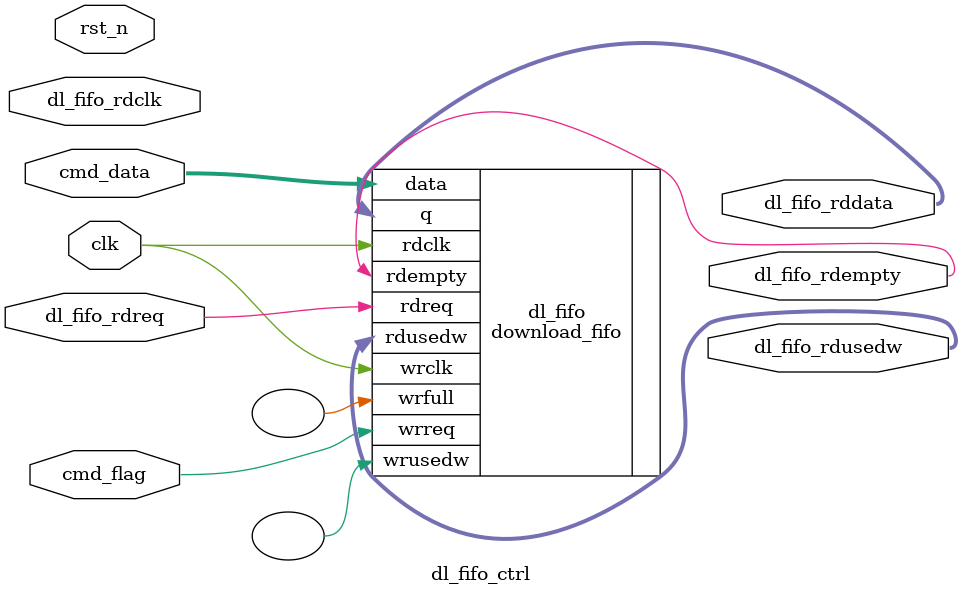
<source format=v>
/************************************************************************
 * Author        : yebin
 * Email         : 390931229@qq.com
 * Create time   : 2022-3-4
 * Last modified : 2022-3-4
 * Filename      : dl_fifo_ctrl.v
 * Description   : write data to the fifo 
 * *********************************************************************/
module dl_fifo_ctrl(
input                           clk                             ,
input                           rst_n                           ,

input                           cmd_flag                        ,
input   [7:0]                   cmd_data                        ,

input                           dl_fifo_rdreq                   ,
input                           dl_fifo_rdclk                   ,

output  [7:0]                   dl_fifo_rddata                  ,
output  [9:0]                   dl_fifo_rdusedw                 ,
output                          dl_fifo_rdempty


);

/************************************************************************/
/******************fifo ctrl*********************************************/
/***********************************************************************/

download_fifo dl_fifo(

        .rdclk                  ( clk                           ),
        .rdreq                  ( dl_fifo_rdreq                 ),
        .q                      ( dl_fifo_rddata                ),

        .wrclk                  ( clk                           ),
        .wrreq                  ( cmd_flag                      ),
        .data                   ( cmd_data                      ),
        
        .rdusedw                ( dl_fifo_rdusedw               ),        
        .rdempty                ( dl_fifo_rdempty               ),
        .wrfull                 (                               ),
        .wrusedw                (                               ),
);

endmodule

</source>
